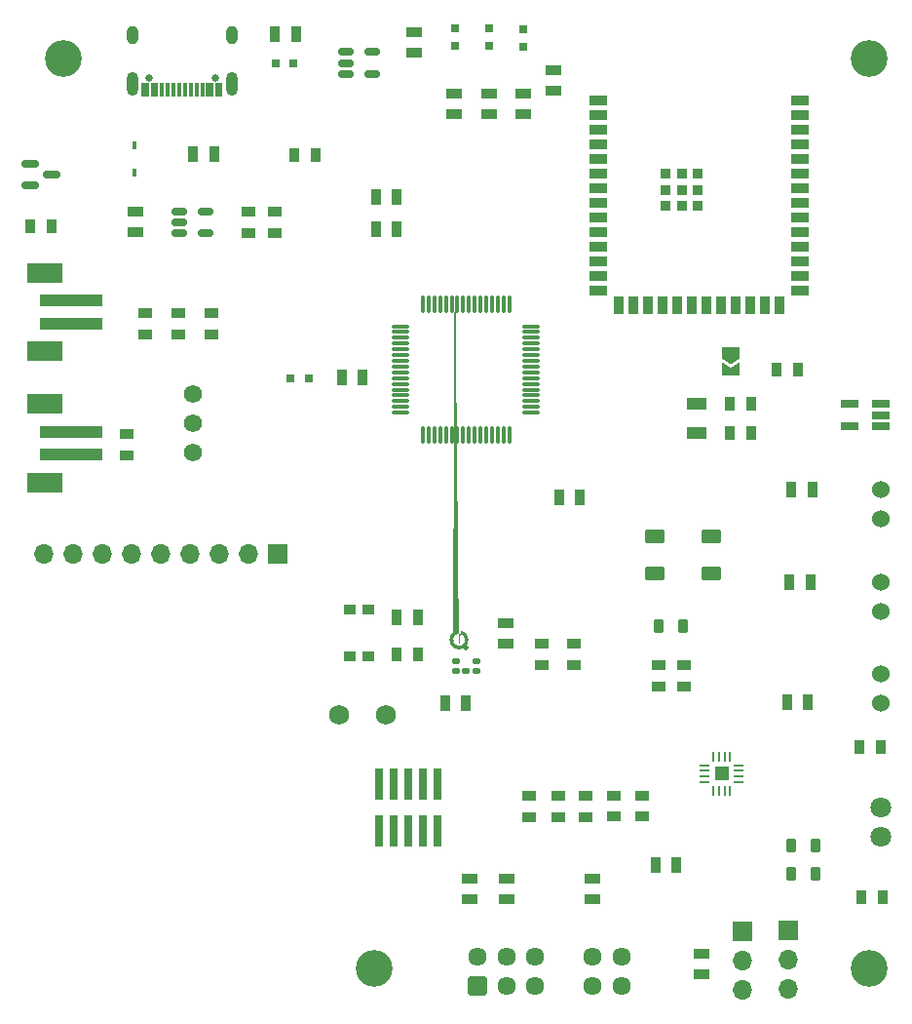
<source format=gbr>
%TF.GenerationSoftware,KiCad,Pcbnew,7.0.6*%
%TF.CreationDate,2023-11-17T16:50:28-08:00*%
%TF.ProjectId,Final_Project_4Layer,46696e61-6c5f-4507-926f-6a6563745f34,1.0*%
%TF.SameCoordinates,Original*%
%TF.FileFunction,Soldermask,Top*%
%TF.FilePolarity,Negative*%
%FSLAX46Y46*%
G04 Gerber Fmt 4.6, Leading zero omitted, Abs format (unit mm)*
G04 Created by KiCad (PCBNEW 7.0.6) date 2023-11-17 16:50:28*
%MOMM*%
%LPD*%
G01*
G04 APERTURE LIST*
G04 Aperture macros list*
%AMRoundRect*
0 Rectangle with rounded corners*
0 $1 Rounding radius*
0 $2 $3 $4 $5 $6 $7 $8 $9 X,Y pos of 4 corners*
0 Add a 4 corners polygon primitive as box body*
4,1,4,$2,$3,$4,$5,$6,$7,$8,$9,$2,$3,0*
0 Add four circle primitives for the rounded corners*
1,1,$1+$1,$2,$3*
1,1,$1+$1,$4,$5*
1,1,$1+$1,$6,$7*
1,1,$1+$1,$8,$9*
0 Add four rect primitives between the rounded corners*
20,1,$1+$1,$2,$3,$4,$5,0*
20,1,$1+$1,$4,$5,$6,$7,0*
20,1,$1+$1,$6,$7,$8,$9,0*
20,1,$1+$1,$8,$9,$2,$3,0*%
%AMFreePoly0*
4,1,53,0.180687,1.453641,0.352314,1.393587,0.506274,1.296847,0.634847,1.168274,0.731587,1.014314,0.791641,0.842687,0.812000,0.662000,0.791641,0.481313,0.731587,0.309686,0.634847,0.155726,0.506274,0.027153,0.352314,-0.069587,0.180687,-0.129641,0.000000,-0.150000,-0.180687,-0.129641,-0.352314,-0.069587,-0.506274,0.027153,-0.634847,0.155726,-0.731587,0.309686,-0.791641,0.481313,
-0.812000,0.662000,-0.517265,0.662000,-0.496312,0.516270,-0.435151,0.382345,-0.338737,0.271077,-0.214880,0.191479,-0.073614,0.150000,0.073614,0.150000,0.214880,0.191479,0.338737,0.271077,0.435151,0.382345,0.496312,0.516270,0.517265,0.662000,0.496312,0.807730,0.435151,0.941655,0.338737,1.052923,0.214880,1.132521,0.073614,1.174000,-0.073614,1.174000,-0.214880,1.132521,
-0.338737,1.052923,-0.435151,0.941655,-0.496312,0.807730,-0.517265,0.662000,-0.812000,0.662000,-0.791641,0.842687,-0.731587,1.014314,-0.634847,1.168274,-0.506274,1.296847,-0.352314,1.393587,-0.180687,1.453641,0.000000,1.474000,0.180687,1.453641,0.180687,1.453641,$1*%
%AMFreePoly1*
4,1,6,1.000000,0.000000,0.500000,-0.750000,-0.500000,-0.750000,-0.500000,0.750000,0.500000,0.750000,1.000000,0.000000,1.000000,0.000000,$1*%
%AMFreePoly2*
4,1,6,0.500000,-0.750000,-0.650000,-0.750000,-0.150000,0.000000,-0.650000,0.750000,0.500000,0.750000,0.500000,-0.750000,0.500000,-0.750000,$1*%
G04 Aperture macros list end*
%ADD10O,1.700000X1.700000*%
%ADD11R,1.700000X1.700000*%
%ADD12R,0.711200X0.762000*%
%ADD13R,0.762000X0.711200*%
%ADD14R,5.511800X0.990600*%
%ADD15R,3.098800X1.701800*%
%ADD16C,1.574800*%
%ADD17R,1.346200X0.812800*%
%ADD18R,0.812800X1.346200*%
%ADD19R,1.244600X0.863600*%
%ADD20C,3.200000*%
%ADD21R,0.863600X1.244600*%
%ADD22R,0.660400X2.768600*%
%ADD23C,1.524000*%
%ADD24C,0.650000*%
%ADD25R,0.300000X1.150000*%
%ADD26O,1.000000X2.100000*%
%ADD27O,1.000000X1.600000*%
%ADD28RoundRect,0.075000X0.662500X0.075000X-0.662500X0.075000X-0.662500X-0.075000X0.662500X-0.075000X0*%
%ADD29RoundRect,0.075000X0.075000X0.662500X-0.075000X0.662500X-0.075000X-0.662500X0.075000X-0.662500X0*%
%ADD30RoundRect,0.150000X-0.512500X-0.150000X0.512500X-0.150000X0.512500X0.150000X-0.512500X0.150000X0*%
%ADD31RoundRect,0.218750X-0.218750X-0.381250X0.218750X-0.381250X0.218750X0.381250X-0.218750X0.381250X0*%
%ADD32R,1.498600X0.889000*%
%ADD33R,0.889000X1.498600*%
%ADD34R,0.889000X0.889000*%
%ADD35RoundRect,0.150000X-0.587500X-0.150000X0.587500X-0.150000X0.587500X0.150000X-0.587500X0.150000X0*%
%ADD36C,0.500000*%
%ADD37RoundRect,0.130500X0.169500X0.130500X-0.169500X0.130500X-0.169500X-0.130500X0.169500X-0.130500X0*%
%ADD38FreePoly0,270.000000*%
%ADD39RoundRect,0.102000X-0.750000X0.500000X-0.750000X-0.500000X0.750000X-0.500000X0.750000X0.500000X0*%
%ADD40R,0.355600X0.660400*%
%ADD41RoundRect,0.102000X-0.704000X-0.704000X0.704000X-0.704000X0.704000X0.704000X-0.704000X0.704000X0*%
%ADD42C,1.612000*%
%ADD43FreePoly1,270.000000*%
%ADD44FreePoly2,270.000000*%
%ADD45C,1.734000*%
%ADD46R,0.812800X0.254000*%
%ADD47R,0.254000X0.812800*%
%ADD48R,1.244600X1.244600*%
%ADD49R,0.990600X0.889000*%
%ADD50R,1.560000X0.650000*%
%ADD51C,1.803400*%
%ADD52R,1.800000X1.000000*%
G04 APERTURE END LIST*
D10*
%TO.C,J5*%
X153340000Y-108000000D03*
X155880000Y-108000000D03*
X158420000Y-108000000D03*
X160960000Y-108000000D03*
X163500000Y-108000000D03*
X166040000Y-108000000D03*
X168580000Y-108000000D03*
X171120000Y-108000000D03*
D11*
X173660000Y-108000000D03*
%TD*%
D12*
%TO.C,D6*%
X192000000Y-62365000D03*
X192000000Y-63914400D03*
%TD*%
D13*
%TO.C,D2*%
X173425300Y-65400000D03*
X174974700Y-65400000D03*
%TD*%
D14*
%TO.C,J11*%
X155650001Y-99399999D03*
X155650001Y-97399997D03*
D15*
X153400000Y-101799996D03*
X153400000Y-95000000D03*
%TD*%
D16*
%TO.C,J9*%
X166300000Y-94100000D03*
X166300000Y-96640000D03*
X166300000Y-99180000D03*
%TD*%
D11*
%TO.C,J7*%
X218000000Y-140720000D03*
D10*
X218000000Y-143260000D03*
X218000000Y-145800000D03*
%TD*%
D17*
%TO.C,R19*%
X193500000Y-136200000D03*
X193500000Y-138003400D03*
%TD*%
D18*
%TO.C,R10*%
X182196600Y-77000000D03*
X184000000Y-77000000D03*
%TD*%
D19*
%TO.C,C6*%
X173400000Y-78300000D03*
X173400000Y-80154200D03*
%TD*%
%TO.C,C11*%
X165000000Y-87100000D03*
X165000000Y-88954200D03*
%TD*%
D18*
%TO.C,R9*%
X175201700Y-62900000D03*
X173398300Y-62900000D03*
%TD*%
D20*
%TO.C,H4*%
X182000000Y-144000000D03*
%TD*%
D19*
%TO.C,C12*%
X167900000Y-87100000D03*
X167900000Y-88954200D03*
%TD*%
D17*
%TO.C,R20*%
X190300000Y-138003400D03*
X190300000Y-136200000D03*
%TD*%
D21*
%TO.C,C20*%
X226200000Y-137800000D03*
X224345800Y-137800000D03*
%TD*%
D18*
%TO.C,R22*%
X208300000Y-135000000D03*
X206496600Y-135000000D03*
%TD*%
D19*
%TO.C,C13*%
X206725000Y-119554200D03*
X206725000Y-117700000D03*
%TD*%
D17*
%TO.C,R13*%
X197548100Y-66007800D03*
X197548100Y-67811200D03*
%TD*%
D19*
%TO.C,C17*%
X198000000Y-130854200D03*
X198000000Y-129000000D03*
%TD*%
D22*
%TO.C,J1*%
X182460000Y-128000000D03*
X183730000Y-128000000D03*
X185000000Y-128000000D03*
X186270000Y-128000000D03*
X187540000Y-128000000D03*
X182460000Y-132039996D03*
X183730000Y-132039996D03*
X185000000Y-132039996D03*
X186270000Y-132039996D03*
X187540000Y-132039996D03*
%TD*%
D19*
%TO.C,C10*%
X162100000Y-87100000D03*
X162100000Y-88954200D03*
%TD*%
D17*
%TO.C,R16*%
X191993400Y-69817800D03*
X191993400Y-68014400D03*
%TD*%
%TO.C,R23*%
X210456100Y-142744500D03*
X210456100Y-144547900D03*
%TD*%
D23*
%TO.C,J3*%
X226000000Y-105000000D03*
X226000000Y-102460000D03*
%TD*%
D18*
%TO.C,R21*%
X217896600Y-120900000D03*
X219700000Y-120900000D03*
%TD*%
%TO.C,R14*%
X181001700Y-92700000D03*
X179198300Y-92700000D03*
%TD*%
D24*
%TO.C,J6*%
X168210000Y-66680000D03*
X162430000Y-66680000D03*
D25*
X168670000Y-67745000D03*
X167870000Y-67745000D03*
X166570000Y-67745000D03*
X165570000Y-67745000D03*
X165070000Y-67745000D03*
X164070000Y-67745000D03*
X162770000Y-67745000D03*
X161970000Y-67745000D03*
X162270000Y-67745000D03*
X163070000Y-67745000D03*
X163570000Y-67745000D03*
X164570000Y-67745000D03*
X166070000Y-67745000D03*
X167070000Y-67745000D03*
X167570000Y-67745000D03*
X168370000Y-67745000D03*
D26*
X169640000Y-67180000D03*
D27*
X169640000Y-63000000D03*
D26*
X161000000Y-67180000D03*
D27*
X161000000Y-63000000D03*
%TD*%
D28*
%TO.C,U2*%
X195662500Y-95750000D03*
X195662500Y-95250000D03*
X195662500Y-94750000D03*
X195662500Y-94250000D03*
X195662500Y-93750000D03*
X195662500Y-93250000D03*
X195662500Y-92750000D03*
X195662500Y-92250000D03*
X195662500Y-91750000D03*
X195662500Y-91250000D03*
X195662500Y-90750000D03*
X195662500Y-90250000D03*
X195662500Y-89750000D03*
X195662500Y-89250000D03*
X195662500Y-88750000D03*
X195662500Y-88250000D03*
D29*
X193750000Y-86337500D03*
X193250000Y-86337500D03*
X192750000Y-86337500D03*
X192250000Y-86337500D03*
X191750000Y-86337500D03*
X191250000Y-86337500D03*
X190750000Y-86337500D03*
X190250000Y-86337500D03*
X189750000Y-86337500D03*
X189250000Y-86337500D03*
X188750000Y-86337500D03*
X188250000Y-86337500D03*
X187750000Y-86337500D03*
X187250000Y-86337500D03*
X186750000Y-86337500D03*
X186250000Y-86337500D03*
D28*
X184337500Y-88250000D03*
X184337500Y-88750000D03*
X184337500Y-89250000D03*
X184337500Y-89750000D03*
X184337500Y-90250000D03*
X184337500Y-90750000D03*
X184337500Y-91250000D03*
X184337500Y-91750000D03*
X184337500Y-92250000D03*
X184337500Y-92750000D03*
X184337500Y-93250000D03*
X184337500Y-93750000D03*
X184337500Y-94250000D03*
X184337500Y-94750000D03*
X184337500Y-95250000D03*
X184337500Y-95750000D03*
D29*
X186250000Y-97662500D03*
X186750000Y-97662500D03*
X187250000Y-97662500D03*
X187750000Y-97662500D03*
X188250000Y-97662500D03*
X188750000Y-97662500D03*
X189250000Y-97662500D03*
X189750000Y-97662500D03*
X190250000Y-97662500D03*
X190750000Y-97662500D03*
X191250000Y-97662500D03*
X191750000Y-97662500D03*
X192250000Y-97662500D03*
X192750000Y-97662500D03*
X193250000Y-97662500D03*
X193750000Y-97662500D03*
%TD*%
D30*
%TO.C,U1*%
X165100000Y-78300000D03*
X165100000Y-79250000D03*
X165100000Y-80200000D03*
X167375000Y-80200000D03*
X167375000Y-78300000D03*
%TD*%
D31*
%TO.C,FB2*%
X218237500Y-135800000D03*
X220362500Y-135800000D03*
%TD*%
D18*
%TO.C,R11*%
X184000000Y-79800000D03*
X182196600Y-79800000D03*
%TD*%
D21*
%TO.C,C9*%
X214800000Y-95000000D03*
X212945800Y-95000000D03*
%TD*%
D32*
%TO.C,U4*%
X201499400Y-68680480D03*
X201499400Y-69950480D03*
X201499400Y-71220480D03*
X201499400Y-72490480D03*
X201499400Y-73760480D03*
X201499400Y-75030480D03*
X201499400Y-76300480D03*
X201499400Y-77570480D03*
X201499400Y-78840480D03*
X201499400Y-80110480D03*
X201499400Y-81380480D03*
X201499400Y-82650480D03*
X201499400Y-83920480D03*
X201499400Y-85190480D03*
D33*
X203264700Y-86440160D03*
X204534700Y-86440160D03*
X205804700Y-86440160D03*
X207074700Y-86440160D03*
X208344700Y-86440160D03*
X209614700Y-86440160D03*
X210884700Y-86440160D03*
X212154700Y-86440160D03*
X213424700Y-86440160D03*
X214694700Y-86440160D03*
X215964700Y-86440160D03*
X217234700Y-86440160D03*
D32*
X219000000Y-85190480D03*
X219000000Y-83920480D03*
X219000000Y-82650480D03*
X219000000Y-81380480D03*
X219000000Y-80110480D03*
X219000000Y-78840480D03*
X219000000Y-77570480D03*
X219000000Y-76300480D03*
X219000000Y-75030480D03*
X219000000Y-73760480D03*
X219000000Y-72490480D03*
X219000000Y-71220480D03*
X219000000Y-69950480D03*
X219000000Y-68680480D03*
D34*
X208748560Y-76399540D03*
X208748560Y-75000000D03*
X207349020Y-75000000D03*
X207349020Y-76399540D03*
X207349020Y-77799080D03*
X208748560Y-77799080D03*
X210148100Y-77799080D03*
X210148100Y-76399540D03*
X210148100Y-75000000D03*
%TD*%
D11*
%TO.C,J10*%
X214000000Y-140775000D03*
D10*
X214000000Y-143315000D03*
X214000000Y-145855000D03*
%TD*%
D14*
%TO.C,J4*%
X155650001Y-88000000D03*
X155650001Y-85999998D03*
D15*
X153400000Y-90399997D03*
X153400000Y-83600001D03*
%TD*%
D21*
%TO.C,C3*%
X152145800Y-79600000D03*
X154000000Y-79600000D03*
%TD*%
D35*
%TO.C,Q1*%
X152125000Y-74150000D03*
X152125000Y-76050000D03*
X154000000Y-75100000D03*
%TD*%
D31*
%TO.C,L1*%
X206700000Y-114300000D03*
X208825000Y-114300000D03*
%TD*%
D19*
%TO.C,C5*%
X171075000Y-78300000D03*
X171075000Y-80154200D03*
%TD*%
D18*
%TO.C,R6*%
X184000000Y-113500000D03*
X185803400Y-113500000D03*
%TD*%
D19*
%TO.C,C21*%
X202800000Y-128972900D03*
X202800000Y-130827100D03*
%TD*%
D18*
%TO.C,R7*%
X188198300Y-121000000D03*
X190001700Y-121000000D03*
%TD*%
D17*
%TO.C,R12*%
X185500000Y-62700000D03*
X185500000Y-64503400D03*
%TD*%
D36*
%TO.C,MK1*%
X190000000Y-116100000D03*
D37*
X190900000Y-118174000D03*
X190900000Y-117352000D03*
D38*
X189338000Y-116100000D03*
D37*
X189100000Y-117352000D03*
X189100000Y-118174000D03*
X190000000Y-118174000D03*
%TD*%
D39*
%TO.C,D4*%
X211300000Y-109700000D03*
X211300000Y-106500000D03*
X206400000Y-106500000D03*
X206400000Y-109700000D03*
%TD*%
D40*
%TO.C,D1*%
X161200000Y-74938400D03*
X161200000Y-72500000D03*
%TD*%
D12*
%TO.C,D7*%
X195000000Y-62439700D03*
X195000000Y-63989100D03*
%TD*%
D18*
%TO.C,R8*%
X199901700Y-103101700D03*
X198098300Y-103101700D03*
%TD*%
D17*
%TO.C,R4*%
X193400000Y-114000000D03*
X193400000Y-115803400D03*
%TD*%
D31*
%TO.C,FB1*%
X218237500Y-133300000D03*
X220362500Y-133300000D03*
%TD*%
D41*
%TO.C,S1*%
X191000000Y-145500000D03*
D42*
X193500000Y-145500000D03*
X196000000Y-145500000D03*
X201000000Y-145500000D03*
X203500000Y-145500000D03*
X203500000Y-143000000D03*
X201000000Y-143000000D03*
X196000000Y-143000000D03*
X193500000Y-143000000D03*
X191000000Y-143000000D03*
%TD*%
D21*
%TO.C,C7*%
X217000000Y-92000000D03*
X218854200Y-92000000D03*
%TD*%
D43*
%TO.C,JP1*%
X213000000Y-90600000D03*
D44*
X213000000Y-92050000D03*
%TD*%
D45*
%TO.C,TP1*%
X183000000Y-122000000D03*
%TD*%
D17*
%TO.C,R15*%
X188986800Y-69817800D03*
X188986800Y-68014400D03*
%TD*%
D23*
%TO.C,J8*%
X226000000Y-121000000D03*
X226000000Y-118460000D03*
%TD*%
%TO.C,J2*%
X226000000Y-113000000D03*
X226000000Y-110460000D03*
%TD*%
D18*
%TO.C,R1*%
X168103400Y-73300000D03*
X166300000Y-73300000D03*
%TD*%
D45*
%TO.C,TP2*%
X179000000Y-122000000D03*
%TD*%
D20*
%TO.C,H2*%
X225000000Y-65000000D03*
%TD*%
D18*
%TO.C,R2*%
X218096600Y-110460000D03*
X219900000Y-110460000D03*
%TD*%
D46*
%TO.C,U6*%
X210752200Y-126349999D03*
X210752200Y-126850000D03*
X210752200Y-127350000D03*
X210752200Y-127850001D03*
D47*
X211449999Y-128547800D03*
X211950000Y-128547800D03*
X212450000Y-128547800D03*
X212950001Y-128547800D03*
D46*
X213647800Y-127850001D03*
X213647800Y-127350000D03*
X213647800Y-126850000D03*
X213647800Y-126349999D03*
D47*
X212950001Y-125652200D03*
X212450000Y-125652200D03*
X211950000Y-125652200D03*
X211449999Y-125652200D03*
D48*
X212200000Y-127100000D03*
%TD*%
D19*
%TO.C,C14*%
X208925000Y-119554200D03*
X208925000Y-117700000D03*
%TD*%
D21*
%TO.C,C8*%
X214772900Y-97500000D03*
X212918700Y-97500000D03*
%TD*%
D17*
%TO.C,R18*%
X201000000Y-138003400D03*
X201000000Y-136200000D03*
%TD*%
D21*
%TO.C,C15*%
X175090900Y-73378500D03*
X176945100Y-73378500D03*
%TD*%
%TO.C,C4*%
X183972900Y-116700000D03*
X185827100Y-116700000D03*
%TD*%
D49*
%TO.C,SW1*%
X179899998Y-112800000D03*
X181500000Y-112800000D03*
X179899998Y-116899996D03*
X181500000Y-116899996D03*
%TD*%
D20*
%TO.C,H3*%
X225000000Y-144000000D03*
%TD*%
D19*
%TO.C,C1*%
X196572900Y-115772900D03*
X196572900Y-117627100D03*
%TD*%
D18*
%TO.C,R3*%
X218272800Y-102434900D03*
X220076200Y-102434900D03*
%TD*%
D17*
%TO.C,R17*%
X195000000Y-69817800D03*
X195000000Y-68014400D03*
%TD*%
D19*
%TO.C,C16*%
X195500000Y-130854200D03*
X195500000Y-129000000D03*
%TD*%
D12*
%TO.C,D5*%
X189000000Y-62365000D03*
X189000000Y-63914400D03*
%TD*%
D30*
%TO.C,U3*%
X179562500Y-64450000D03*
X179562500Y-65400000D03*
X179562500Y-66350000D03*
X181837500Y-66350000D03*
X181837500Y-64450000D03*
%TD*%
D19*
%TO.C,C2*%
X199400000Y-115800000D03*
X199400000Y-117654200D03*
%TD*%
D17*
%TO.C,R5*%
X161275000Y-80103400D03*
X161275000Y-78300000D03*
%TD*%
D50*
%TO.C,U5*%
X226000000Y-96900000D03*
X226000000Y-95950000D03*
X226000000Y-95000000D03*
X223300000Y-95000000D03*
X223300000Y-96900000D03*
%TD*%
D19*
%TO.C,C23*%
X160500000Y-99427100D03*
X160500000Y-97572900D03*
%TD*%
%TO.C,C22*%
X200400000Y-129000000D03*
X200400000Y-130854200D03*
%TD*%
D51*
%TO.C,J12*%
X226000000Y-132540000D03*
X226000000Y-130000000D03*
%TD*%
D19*
%TO.C,C19*%
X205300000Y-128972900D03*
X205300000Y-130827100D03*
%TD*%
D21*
%TO.C,C18*%
X226000000Y-124800000D03*
X224145800Y-124800000D03*
%TD*%
D20*
%TO.C,H1*%
X155000000Y-65000000D03*
%TD*%
D52*
%TO.C,Y1*%
X210000000Y-95000000D03*
X210000000Y-97500000D03*
%TD*%
D13*
%TO.C,D3*%
X174750600Y-92800000D03*
X176300000Y-92800000D03*
%TD*%
M02*

</source>
